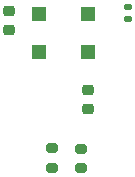
<source format=gtp>
%TF.GenerationSoftware,KiCad,Pcbnew,9.0.4*%
%TF.CreationDate,2026-02-10T01:39:38-05:00*%
%TF.ProjectId,main_board_peripheral_v3,6d61696e-5f62-46f6-9172-645f70657269,rev?*%
%TF.SameCoordinates,Original*%
%TF.FileFunction,Paste,Top*%
%TF.FilePolarity,Positive*%
%FSLAX46Y46*%
G04 Gerber Fmt 4.6, Leading zero omitted, Abs format (unit mm)*
G04 Created by KiCad (PCBNEW 9.0.4) date 2026-02-10 01:39:38*
%MOMM*%
%LPD*%
G01*
G04 APERTURE LIST*
G04 Aperture macros list*
%AMRoundRect*
0 Rectangle with rounded corners*
0 $1 Rounding radius*
0 $2 $3 $4 $5 $6 $7 $8 $9 X,Y pos of 4 corners*
0 Add a 4 corners polygon primitive as box body*
4,1,4,$2,$3,$4,$5,$6,$7,$8,$9,$2,$3,0*
0 Add four circle primitives for the rounded corners*
1,1,$1+$1,$2,$3*
1,1,$1+$1,$4,$5*
1,1,$1+$1,$6,$7*
1,1,$1+$1,$8,$9*
0 Add four rect primitives between the rounded corners*
20,1,$1+$1,$2,$3,$4,$5,0*
20,1,$1+$1,$4,$5,$6,$7,0*
20,1,$1+$1,$6,$7,$8,$9,0*
20,1,$1+$1,$8,$9,$2,$3,0*%
G04 Aperture macros list end*
%ADD10RoundRect,0.135000X-0.185000X0.135000X-0.185000X-0.135000X0.185000X-0.135000X0.185000X0.135000X0*%
%ADD11RoundRect,0.225000X0.250000X-0.225000X0.250000X0.225000X-0.250000X0.225000X-0.250000X-0.225000X0*%
%ADD12RoundRect,0.200000X0.275000X-0.200000X0.275000X0.200000X-0.275000X0.200000X-0.275000X-0.200000X0*%
%ADD13R,1.200000X1.300000*%
G04 APERTURE END LIST*
D10*
%TO.C,R1*%
X120200000Y-81820000D03*
X120200000Y-82840000D03*
%TD*%
D11*
%TO.C,C5*%
X110090000Y-83705000D03*
X110090000Y-82155000D03*
%TD*%
D12*
%TO.C,R3*%
X113710000Y-95405000D03*
X113710000Y-93755000D03*
%TD*%
D13*
%TO.C,D2*%
X116810000Y-85560000D03*
X116810000Y-82360000D03*
X112610000Y-82360000D03*
X112610000Y-85560000D03*
%TD*%
D11*
%TO.C,C6*%
X116770000Y-90405000D03*
X116770000Y-88855000D03*
%TD*%
D12*
%TO.C,R2*%
X116180000Y-95425000D03*
X116180000Y-93775000D03*
%TD*%
M02*

</source>
